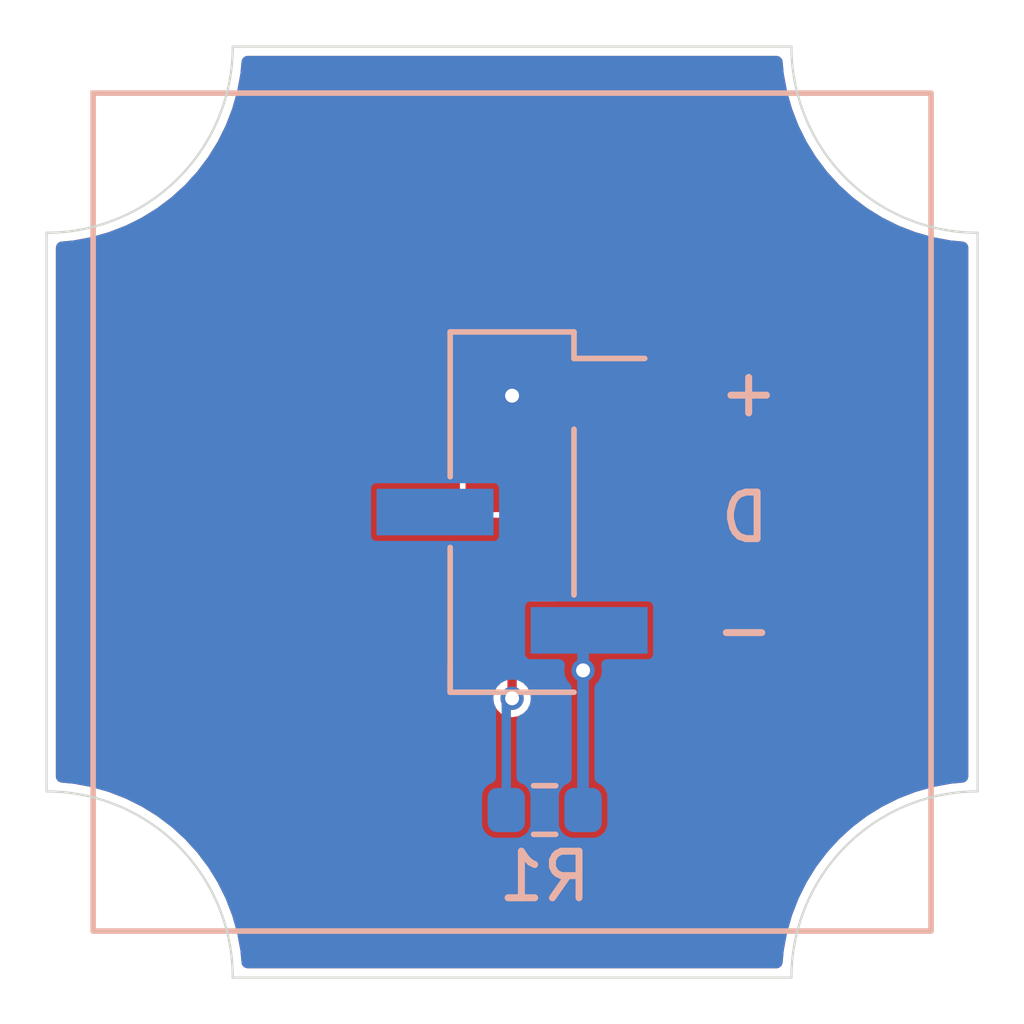
<source format=kicad_pcb>
(kicad_pcb (version 20240108) (generator "pcbnew") (generator_version "8.0")
  (layers (0 "F.Cu" signal) (1 "In1.Cu" signal) (2 "In2.Cu" signal) (31 "B.Cu" signal) (34 "B.Paste" user) (35 "F.Paste" user) (36 "B.SilkS" user "B.Silkscreen") (37 "F.SilkS" user "F.Silkscreen") (38 "B.Mask" user) (39 "F.Mask" user) (44 "Edge.Cuts" user))
  (net 0 "")
  (net 1 "GND")
  (net 2 "+5V")
  (net 3 "Net-(D1-K)")
  (footprint "Pixels-dice:DRS660-0005-08-2835E3" (layer "F.Cu") (at 130 80 90)
    (property "Reference" "D1" (hide yes))
    (property "Value" "DRS660-0005-08-2835E3")
    (pad "1" smd roundrect (at -1.3 0 90) (size 1 2) (layers "F.Cu" "F.Paste" "F.Mask") (roundrect_rratio 0.1) (net 3 "Net-(D1-K)"))
    (pad "2" smd roundrect (at 0.9 0 90) (size 1.8 2) (layers "F.Cu" "F.Paste" "F.Mask") (roundrect_rratio 0.0656167979) (net 2 "+5V"))
  )
  (footprint "Resistor_SMD:R_0603_1608Metric" (layer "B.Cu") (at 130.7 86.4)
    (property "Reference" "R1" (at 0 1.43 360) (layer "B.SilkS") (effects (justify mirror)))
    (property "Value" "33R 5%")
    (fp_line (start 0.237258 -0.5225) (end -0.237258 -0.5225) (stroke (width 0.12)) (layer "B.SilkS"))
    (fp_line (start 0.237258 0.5225) (end -0.237258 0.5225) (stroke (width 0.12)) (layer "B.SilkS"))
    (pad "1" smd roundrect (at -0.825 0) (size 0.8 0.95) (layers "B.Cu" "B.Paste" "B.Mask") (net 3 "Net-(D1-K)"))
    (pad "2" smd roundrect (at 0.825 0) (size 0.8 0.95) (layers "B.Cu" "B.Paste" "B.Mask") (net 1 "GND"))
  )
  (footprint "Connector_PinHeader_2.54mm:PinHeader_1x03_P2.54mm_Vertical_SMD_Pin1Left" (layer "B.Cu") (at 130 80 180)
    (property "Reference" "J1" (hide yes))
    (property "Value" "HX PZ2.54-1x3P TP-YQ")
    (fp_line (start 1.33 3.87) (end -1.33 3.87) (stroke (width 0.12)) (layer "B.SilkS"))
    (fp_line (start 1.33 0.76) (end 1.33 3.87) (stroke (width 0.12)) (layer "B.SilkS"))
    (fp_line (start 1.33 -3.87) (end 1.33 -0.76) (stroke (width 0.12)) (layer "B.SilkS"))
    (fp_line (start 1.33 -3.87) (end 1.33 -3.3) (stroke (width 0.12)) (layer "B.SilkS"))
    (fp_line (start 1.33 -3.87) (end -1.33 -3.87) (stroke (width 0.12)) (layer "B.SilkS"))
    (fp_line (start -1.33 3.3) (end -1.33 3.87) (stroke (width 0.12)) (layer "B.SilkS"))
    (fp_line (start -1.33 -1.78) (end -1.33 1.78) (stroke (width 0.12)) (layer "B.SilkS"))
    (fp_line (start -2.85 3.3) (end -1.33 3.3) (stroke (width 0.12)) (layer "B.SilkS"))
    (pad "1" smd rect (at -1.655 2.54 180) (size 2.51 1) (layers "B.Cu" "B.Paste" "B.Mask") (net 2 "+5V"))
    (pad "2" smd rect (at 1.655 0 180) (size 2.51 1) (layers "B.Cu" "B.Paste" "B.Mask"))
    (pad "3" smd rect (at -1.655 -2.54 180) (size 2.51 1) (layers "B.Cu" "B.Paste" "B.Mask") (net 1 "GND"))
  )
  (gr_rect (start 121 71) (end 139 89) (stroke (width 0.12)) (fill none) (layer "B.SilkS"))
  (gr_line (start 140 74) (end 140 86) (stroke (width 0.05)) (layer "Edge.Cuts"))
  (gr_arc (start 140 74) (mid 137.171573 72.828427) (end 136 70) (stroke (width 0.05)) (layer "Edge.Cuts"))
  (gr_arc (start 136 90) (mid 137.171573 87.171573) (end 140 86) (stroke (width 0.05)) (layer "Edge.Cuts"))
  (gr_line (start 136 90) (end 124 90) (stroke (width 0.05)) (layer "Edge.Cuts"))
  (gr_line (start 120 86) (end 120 74) (stroke (width 0.05)) (layer "Edge.Cuts"))
  (gr_arc (start 120 86) (mid 122.828427 87.171573) (end 124 90) (stroke (width 0.05)) (layer "Edge.Cuts"))
  (gr_arc (start 124 70) (mid 122.828427 72.828427) (end 120 74) (stroke (width 0.05)) (layer "Edge.Cuts"))
  (gr_line (start 124 70) (end 136 70) (stroke (width 0.05)) (layer "Edge.Cuts"))
  (gr_text "+" (at 135.8 78 -0) (layer "B.SilkS") (effects (font (size 1 1)) (justify left bottom mirror)))
  (gr_text "-" (at 135.7 83.1 -0) (layer "B.SilkS") (effects (font (size 1 1)) (justify left bottom mirror)))
  (gr_text "D" (at 135.6 80.7 -0) (layer "B.SilkS") (effects (font (size 1 1)) (justify left bottom mirror)))
  (via (at 131.525 83.4) (size 0.5) (drill 0.3) (layers "F.Cu" "B.Cu") (net 1))
  (segment (start 131.525 82.67) (end 131.655 82.54) (width 0.25) (layer "B.Cu") (net 1))
  (segment (start 131.525 86.4) (end 131.525 83.4) (width 0.25) (layer "B.Cu") (net 1))
  (segment (start 131.525 83.4) (end 131.525 82.67) (width 0.25) (layer "B.Cu") (net 1))
  (segment (start 130 79.1) (end 130 77.5) (width 0.25) (layer "F.Cu") (net 2))
  (via (at 130 77.5) (size 0.5) (drill 0.3) (layers "F.Cu" "B.Cu") (net 2))
  (segment (start 131.615 77.5) (end 131.655 77.46) (width 0.25) (layer "B.Cu") (net 2))
  (segment (start 130 77.5) (end 131.615 77.5) (width 0.25) (layer "B.Cu") (net 2))
  (segment (start 130 81.3) (end 130 84) (width 0.2) (layer "F.Cu") (net 3))
  (via (at 130 84) (size 0.5) (drill 0.3) (layers "F.Cu" "B.Cu") (net 3))
  (segment (start 129.875 84.125) (end 129.875 86.4) (width 0.2) (layer "B.Cu") (net 3))
  (segment (start 130 84) (end 129.875 84.125) (width 0.2) (layer "B.Cu") (net 3))
  (zone (net 1) (net_name "GND") (layer "F.Cu") (connect_pads (clearance 0)) (min_thickness 0.25) (fill yes (thermal_gap 0.25) (thermal_bridge_width 0.25))
    (polygon (pts (xy 141 69) (xy 119 69) (xy 119 91) (xy 141 91)))
  )
  (zone (net 2) (net_name "+5V") (layer "B.Cu") (priority 1) (connect_pads thru_hole_only (clearance 0)) (min_thickness 0.25) (fill yes (thermal_gap 0.25) (thermal_bridge_width 0.25))
    (polygon (pts (xy 119 69) (xy 119 91) (xy 141 91) (xy 141 69)))
  )
)
</source>
